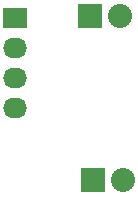
<source format=gbr>
G04 #@! TF.FileFunction,Soldermask,Bot*
%FSLAX46Y46*%
G04 Gerber Fmt 4.6, Leading zero omitted, Abs format (unit mm)*
G04 Created by KiCad (PCBNEW 0.201506122246+5743~23~ubuntu14.10.1-product) date Sat 13 Jun 2015 11:54:28 PM EDT*
%MOMM*%
G01*
G04 APERTURE LIST*
%ADD10C,0.100000*%
%ADD11R,2.032000X2.032000*%
%ADD12O,2.032000X2.032000*%
%ADD13R,2.032000X1.727200*%
%ADD14O,2.032000X1.727200*%
G04 APERTURE END LIST*
D10*
D11*
X163068000Y-112623600D03*
D12*
X165608000Y-112623600D03*
D13*
X156718000Y-112712500D03*
D14*
X156718000Y-115252500D03*
X156718000Y-117792500D03*
X156718000Y-120332500D03*
D11*
X163322000Y-126492000D03*
D12*
X165862000Y-126492000D03*
M02*

</source>
